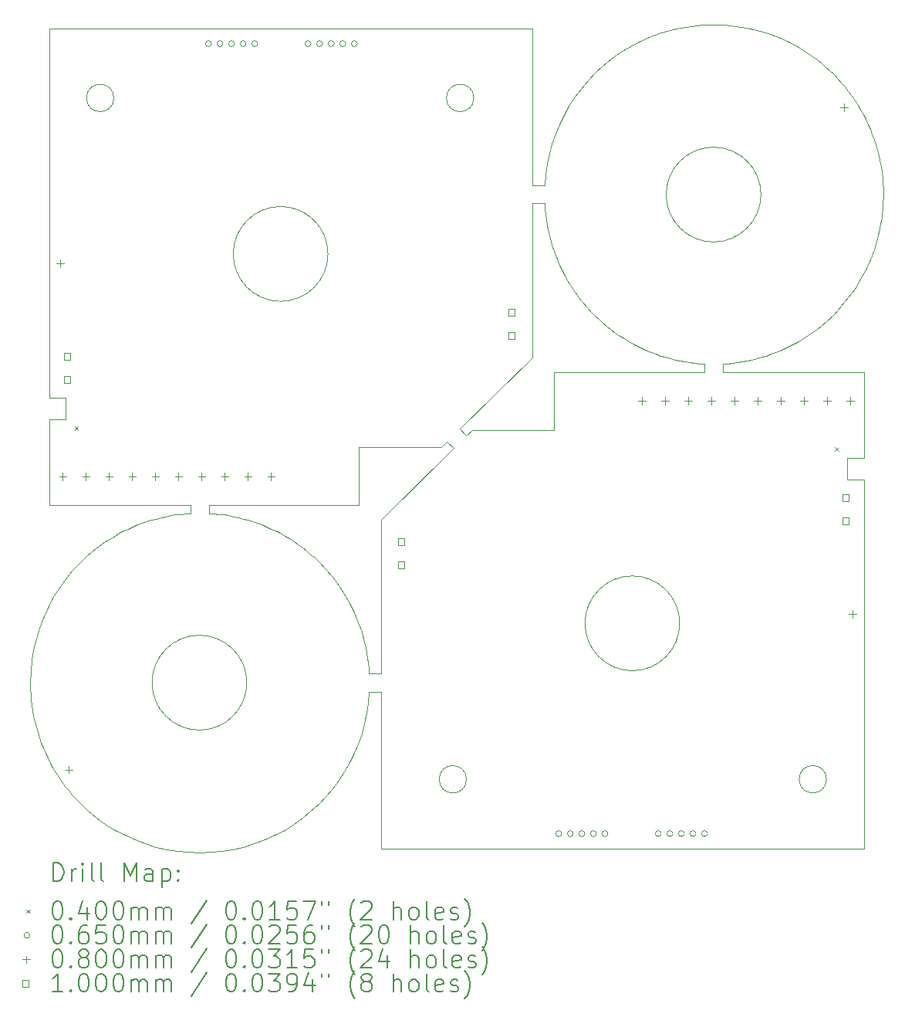
<source format=gbr>
%FSLAX45Y45*%
G04 Gerber Fmt 4.5, Leading zero omitted, Abs format (unit mm)*
G04 Created by KiCad (PCBNEW (6.0.1)) date 2022-10-14 11:51:39*
%MOMM*%
%LPD*%
G01*
G04 APERTURE LIST*
%TA.AperFunction,Profile*%
%ADD10C,0.013352*%
%TD*%
%TA.AperFunction,Profile*%
%ADD11C,0.100000*%
%TD*%
%ADD12C,0.200000*%
%ADD13C,0.040000*%
%ADD14C,0.065000*%
%ADD15C,0.080000*%
%ADD16C,0.100000*%
G04 APERTURE END LIST*
D10*
X13076883Y-7566645D02*
X13148706Y-7638467D01*
X13148706Y-7638467D02*
X13209739Y-7578462D01*
X13209739Y-7578462D02*
X14111433Y-7578462D01*
X14111433Y-7578462D02*
X14111433Y-6947686D01*
X14111433Y-6947686D02*
X15759802Y-6947686D01*
X15759802Y-6947686D02*
X15759802Y-6853939D01*
X15759802Y-6853939D02*
X15705829Y-6850289D01*
X15705829Y-6850289D02*
X15651958Y-6845084D01*
X15651958Y-6845084D02*
X15598225Y-6838326D01*
X15598225Y-6838326D02*
X15544666Y-6830014D01*
X15544666Y-6830014D02*
X15491315Y-6820148D01*
X15491315Y-6820148D02*
X15438210Y-6808727D01*
X15438210Y-6808727D02*
X15385384Y-6795752D01*
X15385384Y-6795752D02*
X15332875Y-6781223D01*
X15332875Y-6781223D02*
X15280717Y-6765139D01*
X15280717Y-6765139D02*
X15228947Y-6747500D01*
X15228947Y-6747500D02*
X15177600Y-6728306D01*
X15177600Y-6728306D02*
X15126712Y-6707557D01*
X15126712Y-6707557D02*
X15076318Y-6685252D01*
X15076318Y-6685252D02*
X15026454Y-6661392D01*
X15026454Y-6661392D02*
X14977157Y-6635976D01*
X14977157Y-6635976D02*
X14928460Y-6609005D01*
X14928460Y-6609005D02*
X14877800Y-6578499D01*
X14877800Y-6578499D02*
X14828345Y-6546553D01*
X14828345Y-6546553D02*
X14780116Y-6513202D01*
X14780116Y-6513202D02*
X14733132Y-6478481D01*
X14733132Y-6478481D02*
X14687414Y-6442428D01*
X14687414Y-6442428D02*
X14642981Y-6405078D01*
X14642981Y-6405078D02*
X14599853Y-6366466D01*
X14599853Y-6366466D02*
X14558050Y-6326629D01*
X14558050Y-6326629D02*
X14517592Y-6285602D01*
X14517592Y-6285602D02*
X14478499Y-6243422D01*
X14478499Y-6243422D02*
X14404487Y-6155742D01*
X14404487Y-6155742D02*
X14336174Y-6063878D01*
X14336174Y-6063878D02*
X14273718Y-5968116D01*
X14273718Y-5968116D02*
X14217280Y-5868743D01*
X14217280Y-5868743D02*
X14167017Y-5766045D01*
X14167017Y-5766045D02*
X14123089Y-5660310D01*
X14123089Y-5660310D02*
X14085656Y-5551824D01*
X14085656Y-5551824D02*
X14054877Y-5440874D01*
X14054877Y-5440874D02*
X14042032Y-5384565D01*
X14042032Y-5384565D02*
X14030911Y-5327747D01*
X14030911Y-5327747D02*
X14021532Y-5270457D01*
X14021532Y-5270457D02*
X14013916Y-5212730D01*
X14013916Y-5212730D02*
X14008084Y-5154602D01*
X14008084Y-5154602D02*
X14004054Y-5096109D01*
X14004054Y-5096109D02*
X13870130Y-5096109D01*
X13870130Y-5096109D02*
X13870130Y-6786804D01*
X13870130Y-6786804D02*
X13076870Y-7566632D01*
X13076870Y-7566632D02*
X13076872Y-7566634D01*
X13076872Y-7566634D02*
X13076873Y-7566635D01*
X13076873Y-7566635D02*
X13076877Y-7566639D01*
X13076877Y-7566639D02*
X13076880Y-7566642D01*
X13076880Y-7566642D02*
X13076883Y-7566645D01*
X13076883Y-7566645D02*
X13076883Y-7566645D01*
D11*
X11630000Y-5650000D02*
G75*
G03*
X11630000Y-5650000I-520000J0D01*
G01*
X10738905Y-10350686D02*
G75*
G03*
X10738905Y-10350686I-520000J0D01*
G01*
X17100000Y-11410000D02*
G75*
G03*
X17100000Y-11410000I-150000J0D01*
G01*
D10*
X13006076Y-7778680D02*
X12934254Y-7706858D01*
X12934254Y-7706858D02*
X12871084Y-7768959D01*
X12871084Y-7768959D02*
X11969376Y-7768959D01*
X11969376Y-7768959D02*
X11969376Y-8399722D01*
X11969376Y-8399722D02*
X10321021Y-8399722D01*
X10321021Y-8399722D02*
X10321021Y-8493469D01*
X10321021Y-8493469D02*
X10374994Y-8497122D01*
X10374994Y-8497122D02*
X10428864Y-8502328D01*
X10428864Y-8502328D02*
X10482597Y-8509087D01*
X10482597Y-8509087D02*
X10536157Y-8517400D01*
X10536157Y-8517400D02*
X10589507Y-8527267D01*
X10589507Y-8527267D02*
X10642612Y-8538687D01*
X10642612Y-8538687D02*
X10695437Y-8551662D01*
X10695437Y-8551662D02*
X10747946Y-8566190D01*
X10747946Y-8566190D02*
X10800103Y-8582274D01*
X10800103Y-8582274D02*
X10851872Y-8599912D01*
X10851872Y-8599912D02*
X10903218Y-8619105D01*
X10903218Y-8619105D02*
X10954105Y-8639854D01*
X10954105Y-8639854D02*
X11004497Y-8662157D01*
X11004497Y-8662157D02*
X11054359Y-8686017D01*
X11054359Y-8686017D02*
X11103655Y-8711432D01*
X11103655Y-8711432D02*
X11152349Y-8738403D01*
X11152349Y-8738403D02*
X11203020Y-8768909D01*
X11203020Y-8768909D02*
X11252507Y-8800856D01*
X11252507Y-8800856D02*
X11300787Y-8834207D01*
X11300787Y-8834207D02*
X11347841Y-8868927D01*
X11347841Y-8868927D02*
X11393646Y-8904980D01*
X11393646Y-8904980D02*
X11438182Y-8942331D01*
X11438182Y-8942331D02*
X11481427Y-8980942D01*
X11481427Y-8980942D02*
X11523360Y-9020779D01*
X11523360Y-9020779D02*
X11603204Y-9103987D01*
X11603204Y-9103987D02*
X11677546Y-9191666D01*
X11677546Y-9191666D02*
X11746215Y-9283530D01*
X11746215Y-9283530D02*
X11809042Y-9379292D01*
X11809042Y-9379292D02*
X11865856Y-9478666D01*
X11865856Y-9478666D02*
X11916488Y-9581363D01*
X11916488Y-9581363D02*
X11960769Y-9687099D01*
X11960769Y-9687099D02*
X11998527Y-9795585D01*
X11998527Y-9795585D02*
X12029594Y-9906535D01*
X12029594Y-9906535D02*
X12042565Y-9962844D01*
X12042565Y-9962844D02*
X12053800Y-10019662D01*
X12053800Y-10019662D02*
X12063277Y-10076952D01*
X12063277Y-10076952D02*
X12070974Y-10134679D01*
X12070974Y-10134679D02*
X12076872Y-10192807D01*
X12076872Y-10192807D02*
X12080948Y-10251299D01*
X12080948Y-10251299D02*
X12210679Y-10251299D01*
X12210679Y-10251299D02*
X12210679Y-8560604D01*
X12210679Y-8560604D02*
X13006076Y-7778693D01*
X13006076Y-7778693D02*
X13006076Y-7778692D01*
X13006076Y-7778692D02*
X13006076Y-7778690D01*
X13006076Y-7778690D02*
X13006076Y-7778688D01*
X13006076Y-7778688D02*
X13006076Y-7778687D01*
X13006076Y-7778687D02*
X13006076Y-7778683D01*
X13006076Y-7778683D02*
X13006076Y-7778680D01*
X13006076Y-7778680D02*
X13006076Y-7778680D01*
D11*
X9280000Y-3940000D02*
G75*
G03*
X9280000Y-3940000I-150000J0D01*
G01*
X17510810Y-8124558D02*
X17510810Y-12167395D01*
X17510810Y-12167395D02*
X12210666Y-12167395D01*
X12210666Y-12167395D02*
X12210666Y-10451290D01*
X12210666Y-10451290D02*
X12080935Y-10451290D01*
X12080935Y-10451290D02*
X12070961Y-10567913D01*
X12070961Y-10567913D02*
X12053786Y-10682932D01*
X12053786Y-10682932D02*
X12029580Y-10796060D01*
X12029580Y-10796060D02*
X11998512Y-10907011D01*
X11998512Y-10907011D02*
X11960753Y-11015497D01*
X11960753Y-11015497D02*
X11916472Y-11121232D01*
X11916472Y-11121232D02*
X11865839Y-11223930D01*
X11865839Y-11223930D02*
X11809024Y-11323303D01*
X11809024Y-11323303D02*
X11746196Y-11419064D01*
X11746196Y-11419064D02*
X11677527Y-11510927D01*
X11677527Y-11510927D02*
X11603185Y-11598606D01*
X11603185Y-11598606D02*
X11523341Y-11681813D01*
X11523341Y-11681813D02*
X11438164Y-11760261D01*
X11438164Y-11760261D02*
X11347824Y-11833664D01*
X11347824Y-11833664D02*
X11252491Y-11901735D01*
X11252491Y-11901735D02*
X11152336Y-11964187D01*
X11152336Y-11964187D02*
X11042866Y-12022230D01*
X11042866Y-12022230D02*
X10930617Y-12072534D01*
X10930617Y-12072534D02*
X10815987Y-12115099D01*
X10815987Y-12115099D02*
X10699372Y-12149925D01*
X10699372Y-12149925D02*
X10581170Y-12177012D01*
X10581170Y-12177012D02*
X10461776Y-12196360D01*
X10461776Y-12196360D02*
X10341589Y-12207969D01*
X10341589Y-12207969D02*
X10221004Y-12211838D01*
X10221004Y-12211838D02*
X10100419Y-12207969D01*
X10100419Y-12207969D02*
X9980231Y-12196360D01*
X9980231Y-12196360D02*
X9860837Y-12177012D01*
X9860837Y-12177012D02*
X9742633Y-12149925D01*
X9742633Y-12149925D02*
X9626017Y-12115099D01*
X9626017Y-12115099D02*
X9511385Y-12072534D01*
X9511385Y-12072534D02*
X9399135Y-12022230D01*
X9399135Y-12022230D02*
X9289663Y-11964187D01*
X9289663Y-11964187D02*
X9236349Y-11932022D01*
X9236349Y-11932022D02*
X9184374Y-11898262D01*
X9184374Y-11898262D02*
X9133760Y-11862948D01*
X9133760Y-11862948D02*
X9084530Y-11826123D01*
X9084530Y-11826123D02*
X9036708Y-11787828D01*
X9036708Y-11787828D02*
X8990316Y-11748106D01*
X8990316Y-11748106D02*
X8945379Y-11706997D01*
X8945379Y-11706997D02*
X8901919Y-11664545D01*
X8901919Y-11664545D02*
X8859959Y-11620790D01*
X8859959Y-11620790D02*
X8819524Y-11575775D01*
X8819524Y-11575775D02*
X8780635Y-11529541D01*
X8780635Y-11529541D02*
X8743317Y-11482131D01*
X8743317Y-11482131D02*
X8707593Y-11433586D01*
X8707593Y-11433586D02*
X8673485Y-11383947D01*
X8673485Y-11383947D02*
X8641018Y-11333258D01*
X8641018Y-11333258D02*
X8610214Y-11281560D01*
X8610214Y-11281560D02*
X8581097Y-11228894D01*
X8581097Y-11228894D02*
X8553689Y-11175302D01*
X8553689Y-11175302D02*
X8528015Y-11120827D01*
X8528015Y-11120827D02*
X8504098Y-11065510D01*
X8504098Y-11065510D02*
X8481960Y-11009393D01*
X8481960Y-11009393D02*
X8461625Y-10952519D01*
X8461625Y-10952519D02*
X8443116Y-10894927D01*
X8443116Y-10894927D02*
X8426457Y-10836662D01*
X8426457Y-10836662D02*
X8411671Y-10777763D01*
X8411671Y-10777763D02*
X8398781Y-10718275D01*
X8398781Y-10718275D02*
X8387810Y-10658237D01*
X8387810Y-10658237D02*
X8378781Y-10597692D01*
X8378781Y-10597692D02*
X8371719Y-10536683D01*
X8371719Y-10536683D02*
X8366645Y-10475249D01*
X8366645Y-10475249D02*
X8363584Y-10413435D01*
X8363584Y-10413435D02*
X8362559Y-10351281D01*
X8362559Y-10351281D02*
X8366645Y-10227315D01*
X8366645Y-10227315D02*
X8378781Y-10104874D01*
X8378781Y-10104874D02*
X8398780Y-9984293D01*
X8398780Y-9984293D02*
X8426455Y-9865906D01*
X8426455Y-9865906D02*
X8461622Y-9750050D01*
X8461622Y-9750050D02*
X8504094Y-9637058D01*
X8504094Y-9637058D02*
X8553685Y-9527266D01*
X8553685Y-9527266D02*
X8610209Y-9421008D01*
X8610209Y-9421008D02*
X8673480Y-9318619D01*
X8673480Y-9318619D02*
X8743311Y-9220435D01*
X8743311Y-9220435D02*
X8819518Y-9126791D01*
X8819518Y-9126791D02*
X8901913Y-9038020D01*
X8901913Y-9038020D02*
X8990311Y-8954458D01*
X8990311Y-8954458D02*
X9084526Y-8876441D01*
X9084526Y-8876441D02*
X9184372Y-8804302D01*
X9184372Y-8804302D02*
X9289663Y-8738377D01*
X9289663Y-8738377D02*
X9338359Y-8711407D01*
X9338359Y-8711407D02*
X9387657Y-8685993D01*
X9387657Y-8685993D02*
X9437520Y-8662134D01*
X9437520Y-8662134D02*
X9487914Y-8639831D01*
X9487914Y-8639831D02*
X9538802Y-8619082D01*
X9538802Y-8619082D02*
X9590149Y-8599888D01*
X9590149Y-8599888D02*
X9641920Y-8582248D01*
X9641920Y-8582248D02*
X9694077Y-8566164D01*
X9694077Y-8566164D02*
X9746586Y-8551633D01*
X9746586Y-8551633D02*
X9799412Y-8538658D01*
X9799412Y-8538658D02*
X9852517Y-8527237D01*
X9852517Y-8527237D02*
X9905868Y-8517369D01*
X9905868Y-8517369D02*
X9959427Y-8509057D01*
X9959427Y-8509057D02*
X10013160Y-8502298D01*
X10013160Y-8502298D02*
X10067031Y-8497093D01*
X10067031Y-8497093D02*
X10121004Y-8493442D01*
X10121004Y-8493442D02*
X10121004Y-8399696D01*
X10121004Y-8399696D02*
X8570000Y-8399696D01*
X8570000Y-8399696D02*
X8570000Y-7464140D01*
X8570000Y-7464140D02*
X8752032Y-7464140D01*
X8752032Y-7464140D02*
X8752032Y-7222837D01*
X8752032Y-7222837D02*
X8570000Y-7222837D01*
X8570000Y-7222837D02*
X8570000Y-3180000D01*
X8570000Y-3180000D02*
X13870130Y-3180000D01*
X13870130Y-3180000D02*
X13870130Y-4896105D01*
X13870130Y-4896105D02*
X14004053Y-4896105D01*
X14004053Y-4896105D02*
X14013916Y-4779482D01*
X14013916Y-4779482D02*
X14030910Y-4664464D01*
X14030910Y-4664464D02*
X14054876Y-4551336D01*
X14054876Y-4551336D02*
X14085656Y-4440386D01*
X14085656Y-4440386D02*
X14123089Y-4331901D01*
X14123089Y-4331901D02*
X14167016Y-4226166D01*
X14167016Y-4226166D02*
X14217279Y-4123470D01*
X14217279Y-4123470D02*
X14273718Y-4024097D01*
X14273718Y-4024097D02*
X14336174Y-3928337D01*
X14336174Y-3928337D02*
X14404487Y-3836474D01*
X14404487Y-3836474D02*
X14478499Y-3748795D01*
X14478499Y-3748795D02*
X14558050Y-3665588D01*
X14558050Y-3665588D02*
X14642980Y-3587139D01*
X14642980Y-3587139D02*
X14733132Y-3513735D01*
X14733132Y-3513735D02*
X14828344Y-3445663D01*
X14828344Y-3445663D02*
X14928459Y-3383209D01*
X14928459Y-3383209D02*
X15037932Y-3325165D01*
X15037932Y-3325165D02*
X15150182Y-3274861D01*
X15150182Y-3274861D02*
X15264813Y-3232296D01*
X15264813Y-3232296D02*
X15381428Y-3197470D01*
X15381428Y-3197470D02*
X15499631Y-3170383D01*
X15499631Y-3170383D02*
X15619025Y-3151035D01*
X15619025Y-3151035D02*
X15739212Y-3139426D01*
X15739212Y-3139426D02*
X15859796Y-3135557D01*
X15859796Y-3135557D02*
X15980380Y-3139426D01*
X15980380Y-3139426D02*
X16100567Y-3151035D01*
X16100567Y-3151035D02*
X16219961Y-3170383D01*
X16219961Y-3170383D02*
X16338164Y-3197470D01*
X16338164Y-3197470D02*
X16454779Y-3232296D01*
X16454779Y-3232296D02*
X16569410Y-3274861D01*
X16569410Y-3274861D02*
X16681661Y-3325165D01*
X16681661Y-3325165D02*
X16791133Y-3383209D01*
X16791133Y-3383209D02*
X16844458Y-3415373D01*
X16844458Y-3415373D02*
X16896469Y-3449134D01*
X16896469Y-3449134D02*
X16947140Y-3484447D01*
X16947140Y-3484447D02*
X16996447Y-3521272D01*
X16996447Y-3521272D02*
X17044365Y-3559567D01*
X17044365Y-3559567D02*
X17090870Y-3599289D01*
X17090870Y-3599289D02*
X17135935Y-3640398D01*
X17135935Y-3640398D02*
X17179538Y-3682850D01*
X17179538Y-3682850D02*
X17221652Y-3726605D01*
X17221652Y-3726605D02*
X17262253Y-3771620D01*
X17262253Y-3771620D02*
X17301317Y-3817854D01*
X17301317Y-3817854D02*
X17338817Y-3865264D01*
X17338817Y-3865264D02*
X17374731Y-3913809D01*
X17374731Y-3913809D02*
X17409032Y-3963447D01*
X17409032Y-3963447D02*
X17441696Y-4014137D01*
X17441696Y-4014137D02*
X17472698Y-4065835D01*
X17472698Y-4065835D02*
X17502013Y-4118501D01*
X17502013Y-4118501D02*
X17529617Y-4172092D01*
X17529617Y-4172092D02*
X17555484Y-4226567D01*
X17555484Y-4226567D02*
X17579591Y-4281884D01*
X17579591Y-4281884D02*
X17601911Y-4338001D01*
X17601911Y-4338001D02*
X17622421Y-4394876D01*
X17622421Y-4394876D02*
X17641095Y-4452467D01*
X17641095Y-4452467D02*
X17657909Y-4510733D01*
X17657909Y-4510733D02*
X17672838Y-4569631D01*
X17672838Y-4569631D02*
X17685856Y-4629120D01*
X17685856Y-4629120D02*
X17696940Y-4689158D01*
X17696940Y-4689158D02*
X17706064Y-4749702D01*
X17706064Y-4749702D02*
X17713204Y-4810712D01*
X17713204Y-4810712D02*
X17718335Y-4872145D01*
X17718335Y-4872145D02*
X17721431Y-4933959D01*
X17721431Y-4933959D02*
X17722469Y-4996113D01*
X17722469Y-4996113D02*
X17718335Y-5120082D01*
X17718335Y-5120082D02*
X17706065Y-5242525D01*
X17706065Y-5242525D02*
X17685857Y-5363107D01*
X17685857Y-5363107D02*
X17657911Y-5481494D01*
X17657911Y-5481494D02*
X17622424Y-5597351D01*
X17622424Y-5597351D02*
X17579594Y-5710342D01*
X17579594Y-5710342D02*
X17529621Y-5820134D01*
X17529621Y-5820134D02*
X17472702Y-5926392D01*
X17472702Y-5926392D02*
X17409037Y-6028779D01*
X17409037Y-6028779D02*
X17338823Y-6126963D01*
X17338823Y-6126963D02*
X17262259Y-6220607D01*
X17262259Y-6220607D02*
X17179543Y-6309376D01*
X17179543Y-6309376D02*
X17090874Y-6392937D01*
X17090874Y-6392937D02*
X16996451Y-6470955D01*
X16996451Y-6470955D02*
X16896471Y-6543093D01*
X16896471Y-6543093D02*
X16791133Y-6609018D01*
X16791133Y-6609018D02*
X16742439Y-6635987D01*
X16742439Y-6635987D02*
X16693143Y-6661401D01*
X16693143Y-6661401D02*
X16643281Y-6685259D01*
X16643281Y-6685259D02*
X16592889Y-6707562D01*
X16592889Y-6707562D02*
X16542002Y-6728310D01*
X16542002Y-6728310D02*
X16490656Y-6747504D01*
X16490656Y-6747504D02*
X16438887Y-6765142D01*
X16438887Y-6765142D02*
X16386730Y-6781226D01*
X16386730Y-6781226D02*
X16334221Y-6795756D01*
X16334221Y-6795756D02*
X16281396Y-6808731D01*
X16281396Y-6808731D02*
X16228290Y-6820152D01*
X16228290Y-6820152D02*
X16174940Y-6830019D01*
X16174940Y-6830019D02*
X16121381Y-6838333D01*
X16121381Y-6838333D02*
X16067648Y-6845093D01*
X16067648Y-6845093D02*
X16013777Y-6850299D01*
X16013777Y-6850299D02*
X15959805Y-6853952D01*
X15959805Y-6853952D02*
X15959805Y-6947699D01*
X15959805Y-6947699D02*
X17510809Y-6947699D01*
X17510809Y-6947699D02*
X17510809Y-7883268D01*
X17510809Y-7883268D02*
X17328764Y-7883268D01*
X17328764Y-7883268D02*
X17328764Y-8124571D01*
X17328764Y-8124571D02*
X17510809Y-8124571D01*
X17510809Y-8124571D02*
X17510810Y-8124558D01*
X17510810Y-8124558D02*
X17510810Y-8124558D01*
X13230000Y-3940000D02*
G75*
G03*
X13230000Y-3940000I-150000J0D01*
G01*
X16381095Y-4999314D02*
G75*
G03*
X16381095Y-4999314I-520000J0D01*
G01*
X13150000Y-11410000D02*
G75*
G03*
X13150000Y-11410000I-150000J0D01*
G01*
X15490000Y-9700000D02*
G75*
G03*
X15490000Y-9700000I-520000J0D01*
G01*
D12*
D13*
X8849800Y-7541400D02*
X8889800Y-7581400D01*
X8889800Y-7541400D02*
X8849800Y-7581400D01*
X17190200Y-7768600D02*
X17230200Y-7808600D01*
X17230200Y-7768600D02*
X17190200Y-7808600D01*
D14*
X10350100Y-3345000D02*
G75*
G03*
X10350100Y-3345000I-32500J0D01*
G01*
X10477100Y-3345000D02*
G75*
G03*
X10477100Y-3345000I-32500J0D01*
G01*
X10604100Y-3345000D02*
G75*
G03*
X10604100Y-3345000I-32500J0D01*
G01*
X10731100Y-3345000D02*
G75*
G03*
X10731100Y-3345000I-32500J0D01*
G01*
X10858100Y-3345000D02*
G75*
G03*
X10858100Y-3345000I-32500J0D01*
G01*
X11443300Y-3345000D02*
G75*
G03*
X11443300Y-3345000I-32500J0D01*
G01*
X11570300Y-3345000D02*
G75*
G03*
X11570300Y-3345000I-32500J0D01*
G01*
X11697300Y-3345000D02*
G75*
G03*
X11697300Y-3345000I-32500J0D01*
G01*
X11824300Y-3345000D02*
G75*
G03*
X11824300Y-3345000I-32500J0D01*
G01*
X11951300Y-3345000D02*
G75*
G03*
X11951300Y-3345000I-32500J0D01*
G01*
X14193700Y-12005000D02*
G75*
G03*
X14193700Y-12005000I-32500J0D01*
G01*
X14320700Y-12005000D02*
G75*
G03*
X14320700Y-12005000I-32500J0D01*
G01*
X14447700Y-12005000D02*
G75*
G03*
X14447700Y-12005000I-32500J0D01*
G01*
X14574700Y-12005000D02*
G75*
G03*
X14574700Y-12005000I-32500J0D01*
G01*
X14701700Y-12005000D02*
G75*
G03*
X14701700Y-12005000I-32500J0D01*
G01*
X15286900Y-12005000D02*
G75*
G03*
X15286900Y-12005000I-32500J0D01*
G01*
X15413900Y-12005000D02*
G75*
G03*
X15413900Y-12005000I-32500J0D01*
G01*
X15540900Y-12005000D02*
G75*
G03*
X15540900Y-12005000I-32500J0D01*
G01*
X15667900Y-12005000D02*
G75*
G03*
X15667900Y-12005000I-32500J0D01*
G01*
X15794900Y-12005000D02*
G75*
G03*
X15794900Y-12005000I-32500J0D01*
G01*
D15*
X8692000Y-5711800D02*
X8692000Y-5791800D01*
X8652000Y-5751800D02*
X8732000Y-5751800D01*
X8720000Y-8050000D02*
X8720000Y-8130000D01*
X8680000Y-8090000D02*
X8760000Y-8090000D01*
X8787105Y-11265308D02*
X8787105Y-11345308D01*
X8747105Y-11305308D02*
X8827105Y-11305308D01*
X8974000Y-8050000D02*
X8974000Y-8130000D01*
X8934000Y-8090000D02*
X9014000Y-8090000D01*
X9228000Y-8050000D02*
X9228000Y-8130000D01*
X9188000Y-8090000D02*
X9268000Y-8090000D01*
X9482000Y-8050000D02*
X9482000Y-8130000D01*
X9442000Y-8090000D02*
X9522000Y-8090000D01*
X9736000Y-8050000D02*
X9736000Y-8130000D01*
X9696000Y-8090000D02*
X9776000Y-8090000D01*
X9990000Y-8050000D02*
X9990000Y-8130000D01*
X9950000Y-8090000D02*
X10030000Y-8090000D01*
X10244000Y-8050000D02*
X10244000Y-8130000D01*
X10204000Y-8090000D02*
X10284000Y-8090000D01*
X10498000Y-8050000D02*
X10498000Y-8130000D01*
X10458000Y-8090000D02*
X10538000Y-8090000D01*
X10752000Y-8050000D02*
X10752000Y-8130000D01*
X10712000Y-8090000D02*
X10792000Y-8090000D01*
X11006000Y-8050000D02*
X11006000Y-8130000D01*
X10966000Y-8090000D02*
X11046000Y-8090000D01*
X15074000Y-7220000D02*
X15074000Y-7300000D01*
X15034000Y-7260000D02*
X15114000Y-7260000D01*
X15328000Y-7220000D02*
X15328000Y-7300000D01*
X15288000Y-7260000D02*
X15368000Y-7260000D01*
X15582000Y-7220000D02*
X15582000Y-7300000D01*
X15542000Y-7260000D02*
X15622000Y-7260000D01*
X15836000Y-7220000D02*
X15836000Y-7300000D01*
X15796000Y-7260000D02*
X15876000Y-7260000D01*
X16090000Y-7220000D02*
X16090000Y-7300000D01*
X16050000Y-7260000D02*
X16130000Y-7260000D01*
X16344000Y-7220000D02*
X16344000Y-7300000D01*
X16304000Y-7260000D02*
X16384000Y-7260000D01*
X16598000Y-7220000D02*
X16598000Y-7300000D01*
X16558000Y-7260000D02*
X16638000Y-7260000D01*
X16852000Y-7220000D02*
X16852000Y-7300000D01*
X16812000Y-7260000D02*
X16892000Y-7260000D01*
X17106000Y-7220000D02*
X17106000Y-7300000D01*
X17066000Y-7260000D02*
X17146000Y-7260000D01*
X17292895Y-4004692D02*
X17292895Y-4084692D01*
X17252895Y-4044692D02*
X17332895Y-4044692D01*
X17360000Y-7220000D02*
X17360000Y-7300000D01*
X17320000Y-7260000D02*
X17400000Y-7260000D01*
X17388000Y-9558200D02*
X17388000Y-9638200D01*
X17348000Y-9598200D02*
X17428000Y-9598200D01*
D16*
X8803556Y-6809356D02*
X8803556Y-6738644D01*
X8732844Y-6738644D01*
X8732844Y-6809356D01*
X8803556Y-6809356D01*
X8803556Y-7063356D02*
X8803556Y-6992644D01*
X8732844Y-6992644D01*
X8732844Y-7063356D01*
X8803556Y-7063356D01*
X12470356Y-8839956D02*
X12470356Y-8769244D01*
X12399644Y-8769244D01*
X12399644Y-8839956D01*
X12470356Y-8839956D01*
X12470356Y-9093956D02*
X12470356Y-9023244D01*
X12399644Y-9023244D01*
X12399644Y-9093956D01*
X12470356Y-9093956D01*
X13680356Y-6326756D02*
X13680356Y-6256044D01*
X13609644Y-6256044D01*
X13609644Y-6326756D01*
X13680356Y-6326756D01*
X13680356Y-6580756D02*
X13680356Y-6510044D01*
X13609644Y-6510044D01*
X13609644Y-6580756D01*
X13680356Y-6580756D01*
X17347156Y-8357356D02*
X17347156Y-8286644D01*
X17276444Y-8286644D01*
X17276444Y-8357356D01*
X17347156Y-8357356D01*
X17347156Y-8611356D02*
X17347156Y-8540644D01*
X17276444Y-8540644D01*
X17276444Y-8611356D01*
X17347156Y-8611356D01*
D12*
X8615178Y-12527314D02*
X8615178Y-12327314D01*
X8662797Y-12327314D01*
X8691368Y-12336838D01*
X8710416Y-12355886D01*
X8719940Y-12374933D01*
X8729463Y-12413029D01*
X8729463Y-12441600D01*
X8719940Y-12479695D01*
X8710416Y-12498743D01*
X8691368Y-12517790D01*
X8662797Y-12527314D01*
X8615178Y-12527314D01*
X8815178Y-12527314D02*
X8815178Y-12393981D01*
X8815178Y-12432076D02*
X8824701Y-12413029D01*
X8834225Y-12403505D01*
X8853273Y-12393981D01*
X8872321Y-12393981D01*
X8938987Y-12527314D02*
X8938987Y-12393981D01*
X8938987Y-12327314D02*
X8929463Y-12336838D01*
X8938987Y-12346362D01*
X8948511Y-12336838D01*
X8938987Y-12327314D01*
X8938987Y-12346362D01*
X9062797Y-12527314D02*
X9043749Y-12517790D01*
X9034225Y-12498743D01*
X9034225Y-12327314D01*
X9167559Y-12527314D02*
X9148511Y-12517790D01*
X9138987Y-12498743D01*
X9138987Y-12327314D01*
X9396130Y-12527314D02*
X9396130Y-12327314D01*
X9462797Y-12470171D01*
X9529463Y-12327314D01*
X9529463Y-12527314D01*
X9710416Y-12527314D02*
X9710416Y-12422552D01*
X9700892Y-12403505D01*
X9681844Y-12393981D01*
X9643749Y-12393981D01*
X9624701Y-12403505D01*
X9710416Y-12517790D02*
X9691368Y-12527314D01*
X9643749Y-12527314D01*
X9624701Y-12517790D01*
X9615178Y-12498743D01*
X9615178Y-12479695D01*
X9624701Y-12460648D01*
X9643749Y-12451124D01*
X9691368Y-12451124D01*
X9710416Y-12441600D01*
X9805654Y-12393981D02*
X9805654Y-12593981D01*
X9805654Y-12403505D02*
X9824701Y-12393981D01*
X9862797Y-12393981D01*
X9881844Y-12403505D01*
X9891368Y-12413029D01*
X9900892Y-12432076D01*
X9900892Y-12489219D01*
X9891368Y-12508267D01*
X9881844Y-12517790D01*
X9862797Y-12527314D01*
X9824701Y-12527314D01*
X9805654Y-12517790D01*
X9986606Y-12508267D02*
X9996130Y-12517790D01*
X9986606Y-12527314D01*
X9977082Y-12517790D01*
X9986606Y-12508267D01*
X9986606Y-12527314D01*
X9986606Y-12403505D02*
X9996130Y-12413029D01*
X9986606Y-12422552D01*
X9977082Y-12413029D01*
X9986606Y-12403505D01*
X9986606Y-12422552D01*
D13*
X8317559Y-12836838D02*
X8357559Y-12876838D01*
X8357559Y-12836838D02*
X8317559Y-12876838D01*
D12*
X8653273Y-12747314D02*
X8672321Y-12747314D01*
X8691368Y-12756838D01*
X8700892Y-12766362D01*
X8710416Y-12785410D01*
X8719940Y-12823505D01*
X8719940Y-12871124D01*
X8710416Y-12909219D01*
X8700892Y-12928267D01*
X8691368Y-12937790D01*
X8672321Y-12947314D01*
X8653273Y-12947314D01*
X8634225Y-12937790D01*
X8624701Y-12928267D01*
X8615178Y-12909219D01*
X8605654Y-12871124D01*
X8605654Y-12823505D01*
X8615178Y-12785410D01*
X8624701Y-12766362D01*
X8634225Y-12756838D01*
X8653273Y-12747314D01*
X8805654Y-12928267D02*
X8815178Y-12937790D01*
X8805654Y-12947314D01*
X8796130Y-12937790D01*
X8805654Y-12928267D01*
X8805654Y-12947314D01*
X8986606Y-12813981D02*
X8986606Y-12947314D01*
X8938987Y-12737790D02*
X8891368Y-12880648D01*
X9015178Y-12880648D01*
X9129463Y-12747314D02*
X9148511Y-12747314D01*
X9167559Y-12756838D01*
X9177082Y-12766362D01*
X9186606Y-12785410D01*
X9196130Y-12823505D01*
X9196130Y-12871124D01*
X9186606Y-12909219D01*
X9177082Y-12928267D01*
X9167559Y-12937790D01*
X9148511Y-12947314D01*
X9129463Y-12947314D01*
X9110416Y-12937790D01*
X9100892Y-12928267D01*
X9091368Y-12909219D01*
X9081844Y-12871124D01*
X9081844Y-12823505D01*
X9091368Y-12785410D01*
X9100892Y-12766362D01*
X9110416Y-12756838D01*
X9129463Y-12747314D01*
X9319940Y-12747314D02*
X9338987Y-12747314D01*
X9358035Y-12756838D01*
X9367559Y-12766362D01*
X9377082Y-12785410D01*
X9386606Y-12823505D01*
X9386606Y-12871124D01*
X9377082Y-12909219D01*
X9367559Y-12928267D01*
X9358035Y-12937790D01*
X9338987Y-12947314D01*
X9319940Y-12947314D01*
X9300892Y-12937790D01*
X9291368Y-12928267D01*
X9281844Y-12909219D01*
X9272321Y-12871124D01*
X9272321Y-12823505D01*
X9281844Y-12785410D01*
X9291368Y-12766362D01*
X9300892Y-12756838D01*
X9319940Y-12747314D01*
X9472321Y-12947314D02*
X9472321Y-12813981D01*
X9472321Y-12833029D02*
X9481844Y-12823505D01*
X9500892Y-12813981D01*
X9529463Y-12813981D01*
X9548511Y-12823505D01*
X9558035Y-12842552D01*
X9558035Y-12947314D01*
X9558035Y-12842552D02*
X9567559Y-12823505D01*
X9586606Y-12813981D01*
X9615178Y-12813981D01*
X9634225Y-12823505D01*
X9643749Y-12842552D01*
X9643749Y-12947314D01*
X9738987Y-12947314D02*
X9738987Y-12813981D01*
X9738987Y-12833029D02*
X9748511Y-12823505D01*
X9767559Y-12813981D01*
X9796130Y-12813981D01*
X9815178Y-12823505D01*
X9824701Y-12842552D01*
X9824701Y-12947314D01*
X9824701Y-12842552D02*
X9834225Y-12823505D01*
X9853273Y-12813981D01*
X9881844Y-12813981D01*
X9900892Y-12823505D01*
X9910416Y-12842552D01*
X9910416Y-12947314D01*
X10300892Y-12737790D02*
X10129463Y-12994933D01*
X10558035Y-12747314D02*
X10577082Y-12747314D01*
X10596130Y-12756838D01*
X10605654Y-12766362D01*
X10615178Y-12785410D01*
X10624701Y-12823505D01*
X10624701Y-12871124D01*
X10615178Y-12909219D01*
X10605654Y-12928267D01*
X10596130Y-12937790D01*
X10577082Y-12947314D01*
X10558035Y-12947314D01*
X10538987Y-12937790D01*
X10529463Y-12928267D01*
X10519940Y-12909219D01*
X10510416Y-12871124D01*
X10510416Y-12823505D01*
X10519940Y-12785410D01*
X10529463Y-12766362D01*
X10538987Y-12756838D01*
X10558035Y-12747314D01*
X10710416Y-12928267D02*
X10719940Y-12937790D01*
X10710416Y-12947314D01*
X10700892Y-12937790D01*
X10710416Y-12928267D01*
X10710416Y-12947314D01*
X10843749Y-12747314D02*
X10862797Y-12747314D01*
X10881844Y-12756838D01*
X10891368Y-12766362D01*
X10900892Y-12785410D01*
X10910416Y-12823505D01*
X10910416Y-12871124D01*
X10900892Y-12909219D01*
X10891368Y-12928267D01*
X10881844Y-12937790D01*
X10862797Y-12947314D01*
X10843749Y-12947314D01*
X10824701Y-12937790D01*
X10815178Y-12928267D01*
X10805654Y-12909219D01*
X10796130Y-12871124D01*
X10796130Y-12823505D01*
X10805654Y-12785410D01*
X10815178Y-12766362D01*
X10824701Y-12756838D01*
X10843749Y-12747314D01*
X11100892Y-12947314D02*
X10986606Y-12947314D01*
X11043749Y-12947314D02*
X11043749Y-12747314D01*
X11024701Y-12775886D01*
X11005654Y-12794933D01*
X10986606Y-12804457D01*
X11281844Y-12747314D02*
X11186606Y-12747314D01*
X11177082Y-12842552D01*
X11186606Y-12833029D01*
X11205654Y-12823505D01*
X11253273Y-12823505D01*
X11272320Y-12833029D01*
X11281844Y-12842552D01*
X11291368Y-12861600D01*
X11291368Y-12909219D01*
X11281844Y-12928267D01*
X11272320Y-12937790D01*
X11253273Y-12947314D01*
X11205654Y-12947314D01*
X11186606Y-12937790D01*
X11177082Y-12928267D01*
X11358035Y-12747314D02*
X11491368Y-12747314D01*
X11405654Y-12947314D01*
X11558035Y-12747314D02*
X11558035Y-12785410D01*
X11634225Y-12747314D02*
X11634225Y-12785410D01*
X11929463Y-13023505D02*
X11919939Y-13013981D01*
X11900892Y-12985410D01*
X11891368Y-12966362D01*
X11881844Y-12937790D01*
X11872320Y-12890171D01*
X11872320Y-12852076D01*
X11881844Y-12804457D01*
X11891368Y-12775886D01*
X11900892Y-12756838D01*
X11919939Y-12728267D01*
X11929463Y-12718743D01*
X11996130Y-12766362D02*
X12005654Y-12756838D01*
X12024701Y-12747314D01*
X12072320Y-12747314D01*
X12091368Y-12756838D01*
X12100892Y-12766362D01*
X12110416Y-12785410D01*
X12110416Y-12804457D01*
X12100892Y-12833029D01*
X11986606Y-12947314D01*
X12110416Y-12947314D01*
X12348511Y-12947314D02*
X12348511Y-12747314D01*
X12434225Y-12947314D02*
X12434225Y-12842552D01*
X12424701Y-12823505D01*
X12405654Y-12813981D01*
X12377082Y-12813981D01*
X12358035Y-12823505D01*
X12348511Y-12833029D01*
X12558035Y-12947314D02*
X12538987Y-12937790D01*
X12529463Y-12928267D01*
X12519939Y-12909219D01*
X12519939Y-12852076D01*
X12529463Y-12833029D01*
X12538987Y-12823505D01*
X12558035Y-12813981D01*
X12586606Y-12813981D01*
X12605654Y-12823505D01*
X12615178Y-12833029D01*
X12624701Y-12852076D01*
X12624701Y-12909219D01*
X12615178Y-12928267D01*
X12605654Y-12937790D01*
X12586606Y-12947314D01*
X12558035Y-12947314D01*
X12738987Y-12947314D02*
X12719939Y-12937790D01*
X12710416Y-12918743D01*
X12710416Y-12747314D01*
X12891368Y-12937790D02*
X12872320Y-12947314D01*
X12834225Y-12947314D01*
X12815178Y-12937790D01*
X12805654Y-12918743D01*
X12805654Y-12842552D01*
X12815178Y-12823505D01*
X12834225Y-12813981D01*
X12872320Y-12813981D01*
X12891368Y-12823505D01*
X12900892Y-12842552D01*
X12900892Y-12861600D01*
X12805654Y-12880648D01*
X12977082Y-12937790D02*
X12996130Y-12947314D01*
X13034225Y-12947314D01*
X13053273Y-12937790D01*
X13062797Y-12918743D01*
X13062797Y-12909219D01*
X13053273Y-12890171D01*
X13034225Y-12880648D01*
X13005654Y-12880648D01*
X12986606Y-12871124D01*
X12977082Y-12852076D01*
X12977082Y-12842552D01*
X12986606Y-12823505D01*
X13005654Y-12813981D01*
X13034225Y-12813981D01*
X13053273Y-12823505D01*
X13129463Y-13023505D02*
X13138987Y-13013981D01*
X13158035Y-12985410D01*
X13167558Y-12966362D01*
X13177082Y-12937790D01*
X13186606Y-12890171D01*
X13186606Y-12852076D01*
X13177082Y-12804457D01*
X13167558Y-12775886D01*
X13158035Y-12756838D01*
X13138987Y-12728267D01*
X13129463Y-12718743D01*
D14*
X8357559Y-13120838D02*
G75*
G03*
X8357559Y-13120838I-32500J0D01*
G01*
D12*
X8653273Y-13011314D02*
X8672321Y-13011314D01*
X8691368Y-13020838D01*
X8700892Y-13030362D01*
X8710416Y-13049410D01*
X8719940Y-13087505D01*
X8719940Y-13135124D01*
X8710416Y-13173219D01*
X8700892Y-13192267D01*
X8691368Y-13201790D01*
X8672321Y-13211314D01*
X8653273Y-13211314D01*
X8634225Y-13201790D01*
X8624701Y-13192267D01*
X8615178Y-13173219D01*
X8605654Y-13135124D01*
X8605654Y-13087505D01*
X8615178Y-13049410D01*
X8624701Y-13030362D01*
X8634225Y-13020838D01*
X8653273Y-13011314D01*
X8805654Y-13192267D02*
X8815178Y-13201790D01*
X8805654Y-13211314D01*
X8796130Y-13201790D01*
X8805654Y-13192267D01*
X8805654Y-13211314D01*
X8986606Y-13011314D02*
X8948511Y-13011314D01*
X8929463Y-13020838D01*
X8919940Y-13030362D01*
X8900892Y-13058933D01*
X8891368Y-13097029D01*
X8891368Y-13173219D01*
X8900892Y-13192267D01*
X8910416Y-13201790D01*
X8929463Y-13211314D01*
X8967559Y-13211314D01*
X8986606Y-13201790D01*
X8996130Y-13192267D01*
X9005654Y-13173219D01*
X9005654Y-13125600D01*
X8996130Y-13106552D01*
X8986606Y-13097029D01*
X8967559Y-13087505D01*
X8929463Y-13087505D01*
X8910416Y-13097029D01*
X8900892Y-13106552D01*
X8891368Y-13125600D01*
X9186606Y-13011314D02*
X9091368Y-13011314D01*
X9081844Y-13106552D01*
X9091368Y-13097029D01*
X9110416Y-13087505D01*
X9158035Y-13087505D01*
X9177082Y-13097029D01*
X9186606Y-13106552D01*
X9196130Y-13125600D01*
X9196130Y-13173219D01*
X9186606Y-13192267D01*
X9177082Y-13201790D01*
X9158035Y-13211314D01*
X9110416Y-13211314D01*
X9091368Y-13201790D01*
X9081844Y-13192267D01*
X9319940Y-13011314D02*
X9338987Y-13011314D01*
X9358035Y-13020838D01*
X9367559Y-13030362D01*
X9377082Y-13049410D01*
X9386606Y-13087505D01*
X9386606Y-13135124D01*
X9377082Y-13173219D01*
X9367559Y-13192267D01*
X9358035Y-13201790D01*
X9338987Y-13211314D01*
X9319940Y-13211314D01*
X9300892Y-13201790D01*
X9291368Y-13192267D01*
X9281844Y-13173219D01*
X9272321Y-13135124D01*
X9272321Y-13087505D01*
X9281844Y-13049410D01*
X9291368Y-13030362D01*
X9300892Y-13020838D01*
X9319940Y-13011314D01*
X9472321Y-13211314D02*
X9472321Y-13077981D01*
X9472321Y-13097029D02*
X9481844Y-13087505D01*
X9500892Y-13077981D01*
X9529463Y-13077981D01*
X9548511Y-13087505D01*
X9558035Y-13106552D01*
X9558035Y-13211314D01*
X9558035Y-13106552D02*
X9567559Y-13087505D01*
X9586606Y-13077981D01*
X9615178Y-13077981D01*
X9634225Y-13087505D01*
X9643749Y-13106552D01*
X9643749Y-13211314D01*
X9738987Y-13211314D02*
X9738987Y-13077981D01*
X9738987Y-13097029D02*
X9748511Y-13087505D01*
X9767559Y-13077981D01*
X9796130Y-13077981D01*
X9815178Y-13087505D01*
X9824701Y-13106552D01*
X9824701Y-13211314D01*
X9824701Y-13106552D02*
X9834225Y-13087505D01*
X9853273Y-13077981D01*
X9881844Y-13077981D01*
X9900892Y-13087505D01*
X9910416Y-13106552D01*
X9910416Y-13211314D01*
X10300892Y-13001790D02*
X10129463Y-13258933D01*
X10558035Y-13011314D02*
X10577082Y-13011314D01*
X10596130Y-13020838D01*
X10605654Y-13030362D01*
X10615178Y-13049410D01*
X10624701Y-13087505D01*
X10624701Y-13135124D01*
X10615178Y-13173219D01*
X10605654Y-13192267D01*
X10596130Y-13201790D01*
X10577082Y-13211314D01*
X10558035Y-13211314D01*
X10538987Y-13201790D01*
X10529463Y-13192267D01*
X10519940Y-13173219D01*
X10510416Y-13135124D01*
X10510416Y-13087505D01*
X10519940Y-13049410D01*
X10529463Y-13030362D01*
X10538987Y-13020838D01*
X10558035Y-13011314D01*
X10710416Y-13192267D02*
X10719940Y-13201790D01*
X10710416Y-13211314D01*
X10700892Y-13201790D01*
X10710416Y-13192267D01*
X10710416Y-13211314D01*
X10843749Y-13011314D02*
X10862797Y-13011314D01*
X10881844Y-13020838D01*
X10891368Y-13030362D01*
X10900892Y-13049410D01*
X10910416Y-13087505D01*
X10910416Y-13135124D01*
X10900892Y-13173219D01*
X10891368Y-13192267D01*
X10881844Y-13201790D01*
X10862797Y-13211314D01*
X10843749Y-13211314D01*
X10824701Y-13201790D01*
X10815178Y-13192267D01*
X10805654Y-13173219D01*
X10796130Y-13135124D01*
X10796130Y-13087505D01*
X10805654Y-13049410D01*
X10815178Y-13030362D01*
X10824701Y-13020838D01*
X10843749Y-13011314D01*
X10986606Y-13030362D02*
X10996130Y-13020838D01*
X11015178Y-13011314D01*
X11062797Y-13011314D01*
X11081844Y-13020838D01*
X11091368Y-13030362D01*
X11100892Y-13049410D01*
X11100892Y-13068457D01*
X11091368Y-13097029D01*
X10977082Y-13211314D01*
X11100892Y-13211314D01*
X11281844Y-13011314D02*
X11186606Y-13011314D01*
X11177082Y-13106552D01*
X11186606Y-13097029D01*
X11205654Y-13087505D01*
X11253273Y-13087505D01*
X11272320Y-13097029D01*
X11281844Y-13106552D01*
X11291368Y-13125600D01*
X11291368Y-13173219D01*
X11281844Y-13192267D01*
X11272320Y-13201790D01*
X11253273Y-13211314D01*
X11205654Y-13211314D01*
X11186606Y-13201790D01*
X11177082Y-13192267D01*
X11462797Y-13011314D02*
X11424701Y-13011314D01*
X11405654Y-13020838D01*
X11396130Y-13030362D01*
X11377082Y-13058933D01*
X11367558Y-13097029D01*
X11367558Y-13173219D01*
X11377082Y-13192267D01*
X11386606Y-13201790D01*
X11405654Y-13211314D01*
X11443749Y-13211314D01*
X11462797Y-13201790D01*
X11472320Y-13192267D01*
X11481844Y-13173219D01*
X11481844Y-13125600D01*
X11472320Y-13106552D01*
X11462797Y-13097029D01*
X11443749Y-13087505D01*
X11405654Y-13087505D01*
X11386606Y-13097029D01*
X11377082Y-13106552D01*
X11367558Y-13125600D01*
X11558035Y-13011314D02*
X11558035Y-13049410D01*
X11634225Y-13011314D02*
X11634225Y-13049410D01*
X11929463Y-13287505D02*
X11919939Y-13277981D01*
X11900892Y-13249410D01*
X11891368Y-13230362D01*
X11881844Y-13201790D01*
X11872320Y-13154171D01*
X11872320Y-13116076D01*
X11881844Y-13068457D01*
X11891368Y-13039886D01*
X11900892Y-13020838D01*
X11919939Y-12992267D01*
X11929463Y-12982743D01*
X11996130Y-13030362D02*
X12005654Y-13020838D01*
X12024701Y-13011314D01*
X12072320Y-13011314D01*
X12091368Y-13020838D01*
X12100892Y-13030362D01*
X12110416Y-13049410D01*
X12110416Y-13068457D01*
X12100892Y-13097029D01*
X11986606Y-13211314D01*
X12110416Y-13211314D01*
X12234225Y-13011314D02*
X12253273Y-13011314D01*
X12272320Y-13020838D01*
X12281844Y-13030362D01*
X12291368Y-13049410D01*
X12300892Y-13087505D01*
X12300892Y-13135124D01*
X12291368Y-13173219D01*
X12281844Y-13192267D01*
X12272320Y-13201790D01*
X12253273Y-13211314D01*
X12234225Y-13211314D01*
X12215178Y-13201790D01*
X12205654Y-13192267D01*
X12196130Y-13173219D01*
X12186606Y-13135124D01*
X12186606Y-13087505D01*
X12196130Y-13049410D01*
X12205654Y-13030362D01*
X12215178Y-13020838D01*
X12234225Y-13011314D01*
X12538987Y-13211314D02*
X12538987Y-13011314D01*
X12624701Y-13211314D02*
X12624701Y-13106552D01*
X12615178Y-13087505D01*
X12596130Y-13077981D01*
X12567558Y-13077981D01*
X12548511Y-13087505D01*
X12538987Y-13097029D01*
X12748511Y-13211314D02*
X12729463Y-13201790D01*
X12719939Y-13192267D01*
X12710416Y-13173219D01*
X12710416Y-13116076D01*
X12719939Y-13097029D01*
X12729463Y-13087505D01*
X12748511Y-13077981D01*
X12777082Y-13077981D01*
X12796130Y-13087505D01*
X12805654Y-13097029D01*
X12815178Y-13116076D01*
X12815178Y-13173219D01*
X12805654Y-13192267D01*
X12796130Y-13201790D01*
X12777082Y-13211314D01*
X12748511Y-13211314D01*
X12929463Y-13211314D02*
X12910416Y-13201790D01*
X12900892Y-13182743D01*
X12900892Y-13011314D01*
X13081844Y-13201790D02*
X13062797Y-13211314D01*
X13024701Y-13211314D01*
X13005654Y-13201790D01*
X12996130Y-13182743D01*
X12996130Y-13106552D01*
X13005654Y-13087505D01*
X13024701Y-13077981D01*
X13062797Y-13077981D01*
X13081844Y-13087505D01*
X13091368Y-13106552D01*
X13091368Y-13125600D01*
X12996130Y-13144648D01*
X13167558Y-13201790D02*
X13186606Y-13211314D01*
X13224701Y-13211314D01*
X13243749Y-13201790D01*
X13253273Y-13182743D01*
X13253273Y-13173219D01*
X13243749Y-13154171D01*
X13224701Y-13144648D01*
X13196130Y-13144648D01*
X13177082Y-13135124D01*
X13167558Y-13116076D01*
X13167558Y-13106552D01*
X13177082Y-13087505D01*
X13196130Y-13077981D01*
X13224701Y-13077981D01*
X13243749Y-13087505D01*
X13319939Y-13287505D02*
X13329463Y-13277981D01*
X13348511Y-13249410D01*
X13358035Y-13230362D01*
X13367558Y-13201790D01*
X13377082Y-13154171D01*
X13377082Y-13116076D01*
X13367558Y-13068457D01*
X13358035Y-13039886D01*
X13348511Y-13020838D01*
X13329463Y-12992267D01*
X13319939Y-12982743D01*
D15*
X8317559Y-13344838D02*
X8317559Y-13424838D01*
X8277559Y-13384838D02*
X8357559Y-13384838D01*
D12*
X8653273Y-13275314D02*
X8672321Y-13275314D01*
X8691368Y-13284838D01*
X8700892Y-13294362D01*
X8710416Y-13313410D01*
X8719940Y-13351505D01*
X8719940Y-13399124D01*
X8710416Y-13437219D01*
X8700892Y-13456267D01*
X8691368Y-13465790D01*
X8672321Y-13475314D01*
X8653273Y-13475314D01*
X8634225Y-13465790D01*
X8624701Y-13456267D01*
X8615178Y-13437219D01*
X8605654Y-13399124D01*
X8605654Y-13351505D01*
X8615178Y-13313410D01*
X8624701Y-13294362D01*
X8634225Y-13284838D01*
X8653273Y-13275314D01*
X8805654Y-13456267D02*
X8815178Y-13465790D01*
X8805654Y-13475314D01*
X8796130Y-13465790D01*
X8805654Y-13456267D01*
X8805654Y-13475314D01*
X8929463Y-13361029D02*
X8910416Y-13351505D01*
X8900892Y-13341981D01*
X8891368Y-13322933D01*
X8891368Y-13313410D01*
X8900892Y-13294362D01*
X8910416Y-13284838D01*
X8929463Y-13275314D01*
X8967559Y-13275314D01*
X8986606Y-13284838D01*
X8996130Y-13294362D01*
X9005654Y-13313410D01*
X9005654Y-13322933D01*
X8996130Y-13341981D01*
X8986606Y-13351505D01*
X8967559Y-13361029D01*
X8929463Y-13361029D01*
X8910416Y-13370552D01*
X8900892Y-13380076D01*
X8891368Y-13399124D01*
X8891368Y-13437219D01*
X8900892Y-13456267D01*
X8910416Y-13465790D01*
X8929463Y-13475314D01*
X8967559Y-13475314D01*
X8986606Y-13465790D01*
X8996130Y-13456267D01*
X9005654Y-13437219D01*
X9005654Y-13399124D01*
X8996130Y-13380076D01*
X8986606Y-13370552D01*
X8967559Y-13361029D01*
X9129463Y-13275314D02*
X9148511Y-13275314D01*
X9167559Y-13284838D01*
X9177082Y-13294362D01*
X9186606Y-13313410D01*
X9196130Y-13351505D01*
X9196130Y-13399124D01*
X9186606Y-13437219D01*
X9177082Y-13456267D01*
X9167559Y-13465790D01*
X9148511Y-13475314D01*
X9129463Y-13475314D01*
X9110416Y-13465790D01*
X9100892Y-13456267D01*
X9091368Y-13437219D01*
X9081844Y-13399124D01*
X9081844Y-13351505D01*
X9091368Y-13313410D01*
X9100892Y-13294362D01*
X9110416Y-13284838D01*
X9129463Y-13275314D01*
X9319940Y-13275314D02*
X9338987Y-13275314D01*
X9358035Y-13284838D01*
X9367559Y-13294362D01*
X9377082Y-13313410D01*
X9386606Y-13351505D01*
X9386606Y-13399124D01*
X9377082Y-13437219D01*
X9367559Y-13456267D01*
X9358035Y-13465790D01*
X9338987Y-13475314D01*
X9319940Y-13475314D01*
X9300892Y-13465790D01*
X9291368Y-13456267D01*
X9281844Y-13437219D01*
X9272321Y-13399124D01*
X9272321Y-13351505D01*
X9281844Y-13313410D01*
X9291368Y-13294362D01*
X9300892Y-13284838D01*
X9319940Y-13275314D01*
X9472321Y-13475314D02*
X9472321Y-13341981D01*
X9472321Y-13361029D02*
X9481844Y-13351505D01*
X9500892Y-13341981D01*
X9529463Y-13341981D01*
X9548511Y-13351505D01*
X9558035Y-13370552D01*
X9558035Y-13475314D01*
X9558035Y-13370552D02*
X9567559Y-13351505D01*
X9586606Y-13341981D01*
X9615178Y-13341981D01*
X9634225Y-13351505D01*
X9643749Y-13370552D01*
X9643749Y-13475314D01*
X9738987Y-13475314D02*
X9738987Y-13341981D01*
X9738987Y-13361029D02*
X9748511Y-13351505D01*
X9767559Y-13341981D01*
X9796130Y-13341981D01*
X9815178Y-13351505D01*
X9824701Y-13370552D01*
X9824701Y-13475314D01*
X9824701Y-13370552D02*
X9834225Y-13351505D01*
X9853273Y-13341981D01*
X9881844Y-13341981D01*
X9900892Y-13351505D01*
X9910416Y-13370552D01*
X9910416Y-13475314D01*
X10300892Y-13265790D02*
X10129463Y-13522933D01*
X10558035Y-13275314D02*
X10577082Y-13275314D01*
X10596130Y-13284838D01*
X10605654Y-13294362D01*
X10615178Y-13313410D01*
X10624701Y-13351505D01*
X10624701Y-13399124D01*
X10615178Y-13437219D01*
X10605654Y-13456267D01*
X10596130Y-13465790D01*
X10577082Y-13475314D01*
X10558035Y-13475314D01*
X10538987Y-13465790D01*
X10529463Y-13456267D01*
X10519940Y-13437219D01*
X10510416Y-13399124D01*
X10510416Y-13351505D01*
X10519940Y-13313410D01*
X10529463Y-13294362D01*
X10538987Y-13284838D01*
X10558035Y-13275314D01*
X10710416Y-13456267D02*
X10719940Y-13465790D01*
X10710416Y-13475314D01*
X10700892Y-13465790D01*
X10710416Y-13456267D01*
X10710416Y-13475314D01*
X10843749Y-13275314D02*
X10862797Y-13275314D01*
X10881844Y-13284838D01*
X10891368Y-13294362D01*
X10900892Y-13313410D01*
X10910416Y-13351505D01*
X10910416Y-13399124D01*
X10900892Y-13437219D01*
X10891368Y-13456267D01*
X10881844Y-13465790D01*
X10862797Y-13475314D01*
X10843749Y-13475314D01*
X10824701Y-13465790D01*
X10815178Y-13456267D01*
X10805654Y-13437219D01*
X10796130Y-13399124D01*
X10796130Y-13351505D01*
X10805654Y-13313410D01*
X10815178Y-13294362D01*
X10824701Y-13284838D01*
X10843749Y-13275314D01*
X10977082Y-13275314D02*
X11100892Y-13275314D01*
X11034225Y-13351505D01*
X11062797Y-13351505D01*
X11081844Y-13361029D01*
X11091368Y-13370552D01*
X11100892Y-13389600D01*
X11100892Y-13437219D01*
X11091368Y-13456267D01*
X11081844Y-13465790D01*
X11062797Y-13475314D01*
X11005654Y-13475314D01*
X10986606Y-13465790D01*
X10977082Y-13456267D01*
X11291368Y-13475314D02*
X11177082Y-13475314D01*
X11234225Y-13475314D02*
X11234225Y-13275314D01*
X11215178Y-13303886D01*
X11196130Y-13322933D01*
X11177082Y-13332457D01*
X11472320Y-13275314D02*
X11377082Y-13275314D01*
X11367558Y-13370552D01*
X11377082Y-13361029D01*
X11396130Y-13351505D01*
X11443749Y-13351505D01*
X11462797Y-13361029D01*
X11472320Y-13370552D01*
X11481844Y-13389600D01*
X11481844Y-13437219D01*
X11472320Y-13456267D01*
X11462797Y-13465790D01*
X11443749Y-13475314D01*
X11396130Y-13475314D01*
X11377082Y-13465790D01*
X11367558Y-13456267D01*
X11558035Y-13275314D02*
X11558035Y-13313410D01*
X11634225Y-13275314D02*
X11634225Y-13313410D01*
X11929463Y-13551505D02*
X11919939Y-13541981D01*
X11900892Y-13513410D01*
X11891368Y-13494362D01*
X11881844Y-13465790D01*
X11872320Y-13418171D01*
X11872320Y-13380076D01*
X11881844Y-13332457D01*
X11891368Y-13303886D01*
X11900892Y-13284838D01*
X11919939Y-13256267D01*
X11929463Y-13246743D01*
X11996130Y-13294362D02*
X12005654Y-13284838D01*
X12024701Y-13275314D01*
X12072320Y-13275314D01*
X12091368Y-13284838D01*
X12100892Y-13294362D01*
X12110416Y-13313410D01*
X12110416Y-13332457D01*
X12100892Y-13361029D01*
X11986606Y-13475314D01*
X12110416Y-13475314D01*
X12281844Y-13341981D02*
X12281844Y-13475314D01*
X12234225Y-13265790D02*
X12186606Y-13408648D01*
X12310416Y-13408648D01*
X12538987Y-13475314D02*
X12538987Y-13275314D01*
X12624701Y-13475314D02*
X12624701Y-13370552D01*
X12615178Y-13351505D01*
X12596130Y-13341981D01*
X12567558Y-13341981D01*
X12548511Y-13351505D01*
X12538987Y-13361029D01*
X12748511Y-13475314D02*
X12729463Y-13465790D01*
X12719939Y-13456267D01*
X12710416Y-13437219D01*
X12710416Y-13380076D01*
X12719939Y-13361029D01*
X12729463Y-13351505D01*
X12748511Y-13341981D01*
X12777082Y-13341981D01*
X12796130Y-13351505D01*
X12805654Y-13361029D01*
X12815178Y-13380076D01*
X12815178Y-13437219D01*
X12805654Y-13456267D01*
X12796130Y-13465790D01*
X12777082Y-13475314D01*
X12748511Y-13475314D01*
X12929463Y-13475314D02*
X12910416Y-13465790D01*
X12900892Y-13446743D01*
X12900892Y-13275314D01*
X13081844Y-13465790D02*
X13062797Y-13475314D01*
X13024701Y-13475314D01*
X13005654Y-13465790D01*
X12996130Y-13446743D01*
X12996130Y-13370552D01*
X13005654Y-13351505D01*
X13024701Y-13341981D01*
X13062797Y-13341981D01*
X13081844Y-13351505D01*
X13091368Y-13370552D01*
X13091368Y-13389600D01*
X12996130Y-13408648D01*
X13167558Y-13465790D02*
X13186606Y-13475314D01*
X13224701Y-13475314D01*
X13243749Y-13465790D01*
X13253273Y-13446743D01*
X13253273Y-13437219D01*
X13243749Y-13418171D01*
X13224701Y-13408648D01*
X13196130Y-13408648D01*
X13177082Y-13399124D01*
X13167558Y-13380076D01*
X13167558Y-13370552D01*
X13177082Y-13351505D01*
X13196130Y-13341981D01*
X13224701Y-13341981D01*
X13243749Y-13351505D01*
X13319939Y-13551505D02*
X13329463Y-13541981D01*
X13348511Y-13513410D01*
X13358035Y-13494362D01*
X13367558Y-13465790D01*
X13377082Y-13418171D01*
X13377082Y-13380076D01*
X13367558Y-13332457D01*
X13358035Y-13303886D01*
X13348511Y-13284838D01*
X13329463Y-13256267D01*
X13319939Y-13246743D01*
D16*
X8342914Y-13684194D02*
X8342914Y-13613482D01*
X8272203Y-13613482D01*
X8272203Y-13684194D01*
X8342914Y-13684194D01*
D12*
X8719940Y-13739314D02*
X8605654Y-13739314D01*
X8662797Y-13739314D02*
X8662797Y-13539314D01*
X8643749Y-13567886D01*
X8624701Y-13586933D01*
X8605654Y-13596457D01*
X8805654Y-13720267D02*
X8815178Y-13729790D01*
X8805654Y-13739314D01*
X8796130Y-13729790D01*
X8805654Y-13720267D01*
X8805654Y-13739314D01*
X8938987Y-13539314D02*
X8958035Y-13539314D01*
X8977082Y-13548838D01*
X8986606Y-13558362D01*
X8996130Y-13577410D01*
X9005654Y-13615505D01*
X9005654Y-13663124D01*
X8996130Y-13701219D01*
X8986606Y-13720267D01*
X8977082Y-13729790D01*
X8958035Y-13739314D01*
X8938987Y-13739314D01*
X8919940Y-13729790D01*
X8910416Y-13720267D01*
X8900892Y-13701219D01*
X8891368Y-13663124D01*
X8891368Y-13615505D01*
X8900892Y-13577410D01*
X8910416Y-13558362D01*
X8919940Y-13548838D01*
X8938987Y-13539314D01*
X9129463Y-13539314D02*
X9148511Y-13539314D01*
X9167559Y-13548838D01*
X9177082Y-13558362D01*
X9186606Y-13577410D01*
X9196130Y-13615505D01*
X9196130Y-13663124D01*
X9186606Y-13701219D01*
X9177082Y-13720267D01*
X9167559Y-13729790D01*
X9148511Y-13739314D01*
X9129463Y-13739314D01*
X9110416Y-13729790D01*
X9100892Y-13720267D01*
X9091368Y-13701219D01*
X9081844Y-13663124D01*
X9081844Y-13615505D01*
X9091368Y-13577410D01*
X9100892Y-13558362D01*
X9110416Y-13548838D01*
X9129463Y-13539314D01*
X9319940Y-13539314D02*
X9338987Y-13539314D01*
X9358035Y-13548838D01*
X9367559Y-13558362D01*
X9377082Y-13577410D01*
X9386606Y-13615505D01*
X9386606Y-13663124D01*
X9377082Y-13701219D01*
X9367559Y-13720267D01*
X9358035Y-13729790D01*
X9338987Y-13739314D01*
X9319940Y-13739314D01*
X9300892Y-13729790D01*
X9291368Y-13720267D01*
X9281844Y-13701219D01*
X9272321Y-13663124D01*
X9272321Y-13615505D01*
X9281844Y-13577410D01*
X9291368Y-13558362D01*
X9300892Y-13548838D01*
X9319940Y-13539314D01*
X9472321Y-13739314D02*
X9472321Y-13605981D01*
X9472321Y-13625029D02*
X9481844Y-13615505D01*
X9500892Y-13605981D01*
X9529463Y-13605981D01*
X9548511Y-13615505D01*
X9558035Y-13634552D01*
X9558035Y-13739314D01*
X9558035Y-13634552D02*
X9567559Y-13615505D01*
X9586606Y-13605981D01*
X9615178Y-13605981D01*
X9634225Y-13615505D01*
X9643749Y-13634552D01*
X9643749Y-13739314D01*
X9738987Y-13739314D02*
X9738987Y-13605981D01*
X9738987Y-13625029D02*
X9748511Y-13615505D01*
X9767559Y-13605981D01*
X9796130Y-13605981D01*
X9815178Y-13615505D01*
X9824701Y-13634552D01*
X9824701Y-13739314D01*
X9824701Y-13634552D02*
X9834225Y-13615505D01*
X9853273Y-13605981D01*
X9881844Y-13605981D01*
X9900892Y-13615505D01*
X9910416Y-13634552D01*
X9910416Y-13739314D01*
X10300892Y-13529790D02*
X10129463Y-13786933D01*
X10558035Y-13539314D02*
X10577082Y-13539314D01*
X10596130Y-13548838D01*
X10605654Y-13558362D01*
X10615178Y-13577410D01*
X10624701Y-13615505D01*
X10624701Y-13663124D01*
X10615178Y-13701219D01*
X10605654Y-13720267D01*
X10596130Y-13729790D01*
X10577082Y-13739314D01*
X10558035Y-13739314D01*
X10538987Y-13729790D01*
X10529463Y-13720267D01*
X10519940Y-13701219D01*
X10510416Y-13663124D01*
X10510416Y-13615505D01*
X10519940Y-13577410D01*
X10529463Y-13558362D01*
X10538987Y-13548838D01*
X10558035Y-13539314D01*
X10710416Y-13720267D02*
X10719940Y-13729790D01*
X10710416Y-13739314D01*
X10700892Y-13729790D01*
X10710416Y-13720267D01*
X10710416Y-13739314D01*
X10843749Y-13539314D02*
X10862797Y-13539314D01*
X10881844Y-13548838D01*
X10891368Y-13558362D01*
X10900892Y-13577410D01*
X10910416Y-13615505D01*
X10910416Y-13663124D01*
X10900892Y-13701219D01*
X10891368Y-13720267D01*
X10881844Y-13729790D01*
X10862797Y-13739314D01*
X10843749Y-13739314D01*
X10824701Y-13729790D01*
X10815178Y-13720267D01*
X10805654Y-13701219D01*
X10796130Y-13663124D01*
X10796130Y-13615505D01*
X10805654Y-13577410D01*
X10815178Y-13558362D01*
X10824701Y-13548838D01*
X10843749Y-13539314D01*
X10977082Y-13539314D02*
X11100892Y-13539314D01*
X11034225Y-13615505D01*
X11062797Y-13615505D01*
X11081844Y-13625029D01*
X11091368Y-13634552D01*
X11100892Y-13653600D01*
X11100892Y-13701219D01*
X11091368Y-13720267D01*
X11081844Y-13729790D01*
X11062797Y-13739314D01*
X11005654Y-13739314D01*
X10986606Y-13729790D01*
X10977082Y-13720267D01*
X11196130Y-13739314D02*
X11234225Y-13739314D01*
X11253273Y-13729790D01*
X11262797Y-13720267D01*
X11281844Y-13691695D01*
X11291368Y-13653600D01*
X11291368Y-13577410D01*
X11281844Y-13558362D01*
X11272320Y-13548838D01*
X11253273Y-13539314D01*
X11215178Y-13539314D01*
X11196130Y-13548838D01*
X11186606Y-13558362D01*
X11177082Y-13577410D01*
X11177082Y-13625029D01*
X11186606Y-13644076D01*
X11196130Y-13653600D01*
X11215178Y-13663124D01*
X11253273Y-13663124D01*
X11272320Y-13653600D01*
X11281844Y-13644076D01*
X11291368Y-13625029D01*
X11462797Y-13605981D02*
X11462797Y-13739314D01*
X11415178Y-13529790D02*
X11367558Y-13672648D01*
X11491368Y-13672648D01*
X11558035Y-13539314D02*
X11558035Y-13577410D01*
X11634225Y-13539314D02*
X11634225Y-13577410D01*
X11929463Y-13815505D02*
X11919939Y-13805981D01*
X11900892Y-13777410D01*
X11891368Y-13758362D01*
X11881844Y-13729790D01*
X11872320Y-13682171D01*
X11872320Y-13644076D01*
X11881844Y-13596457D01*
X11891368Y-13567886D01*
X11900892Y-13548838D01*
X11919939Y-13520267D01*
X11929463Y-13510743D01*
X12034225Y-13625029D02*
X12015178Y-13615505D01*
X12005654Y-13605981D01*
X11996130Y-13586933D01*
X11996130Y-13577410D01*
X12005654Y-13558362D01*
X12015178Y-13548838D01*
X12034225Y-13539314D01*
X12072320Y-13539314D01*
X12091368Y-13548838D01*
X12100892Y-13558362D01*
X12110416Y-13577410D01*
X12110416Y-13586933D01*
X12100892Y-13605981D01*
X12091368Y-13615505D01*
X12072320Y-13625029D01*
X12034225Y-13625029D01*
X12015178Y-13634552D01*
X12005654Y-13644076D01*
X11996130Y-13663124D01*
X11996130Y-13701219D01*
X12005654Y-13720267D01*
X12015178Y-13729790D01*
X12034225Y-13739314D01*
X12072320Y-13739314D01*
X12091368Y-13729790D01*
X12100892Y-13720267D01*
X12110416Y-13701219D01*
X12110416Y-13663124D01*
X12100892Y-13644076D01*
X12091368Y-13634552D01*
X12072320Y-13625029D01*
X12348511Y-13739314D02*
X12348511Y-13539314D01*
X12434225Y-13739314D02*
X12434225Y-13634552D01*
X12424701Y-13615505D01*
X12405654Y-13605981D01*
X12377082Y-13605981D01*
X12358035Y-13615505D01*
X12348511Y-13625029D01*
X12558035Y-13739314D02*
X12538987Y-13729790D01*
X12529463Y-13720267D01*
X12519939Y-13701219D01*
X12519939Y-13644076D01*
X12529463Y-13625029D01*
X12538987Y-13615505D01*
X12558035Y-13605981D01*
X12586606Y-13605981D01*
X12605654Y-13615505D01*
X12615178Y-13625029D01*
X12624701Y-13644076D01*
X12624701Y-13701219D01*
X12615178Y-13720267D01*
X12605654Y-13729790D01*
X12586606Y-13739314D01*
X12558035Y-13739314D01*
X12738987Y-13739314D02*
X12719939Y-13729790D01*
X12710416Y-13710743D01*
X12710416Y-13539314D01*
X12891368Y-13729790D02*
X12872320Y-13739314D01*
X12834225Y-13739314D01*
X12815178Y-13729790D01*
X12805654Y-13710743D01*
X12805654Y-13634552D01*
X12815178Y-13615505D01*
X12834225Y-13605981D01*
X12872320Y-13605981D01*
X12891368Y-13615505D01*
X12900892Y-13634552D01*
X12900892Y-13653600D01*
X12805654Y-13672648D01*
X12977082Y-13729790D02*
X12996130Y-13739314D01*
X13034225Y-13739314D01*
X13053273Y-13729790D01*
X13062797Y-13710743D01*
X13062797Y-13701219D01*
X13053273Y-13682171D01*
X13034225Y-13672648D01*
X13005654Y-13672648D01*
X12986606Y-13663124D01*
X12977082Y-13644076D01*
X12977082Y-13634552D01*
X12986606Y-13615505D01*
X13005654Y-13605981D01*
X13034225Y-13605981D01*
X13053273Y-13615505D01*
X13129463Y-13815505D02*
X13138987Y-13805981D01*
X13158035Y-13777410D01*
X13167558Y-13758362D01*
X13177082Y-13729790D01*
X13186606Y-13682171D01*
X13186606Y-13644076D01*
X13177082Y-13596457D01*
X13167558Y-13567886D01*
X13158035Y-13548838D01*
X13138987Y-13520267D01*
X13129463Y-13510743D01*
M02*

</source>
